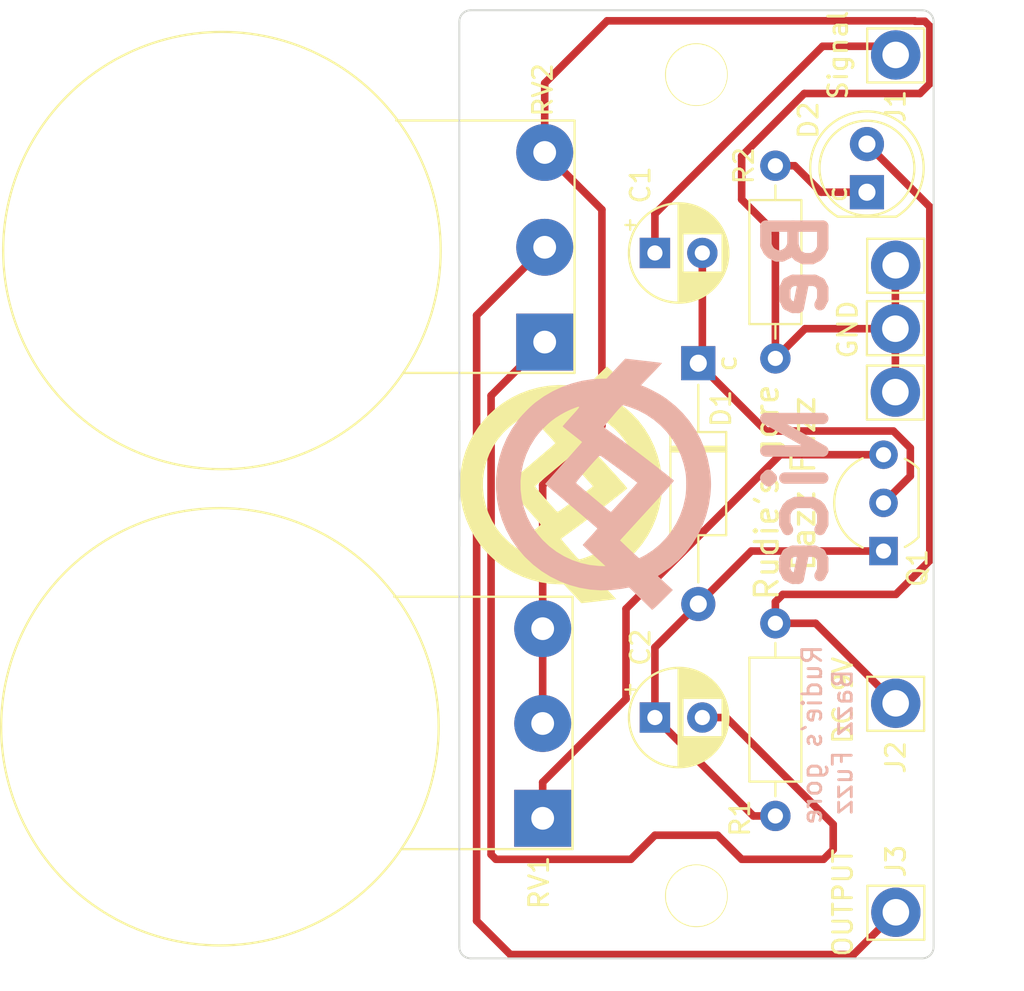
<source format=kicad_pcb>
(kicad_pcb (version 20211014) (generator pcbnew)
  (layers (0 "F.Cu" signal) (31 "B.Cu" signal) (34 "B.Paste" user) (35 "F.Paste" user) (36 "B.SilkS" user "B.Silkscreen") (37 "F.SilkS" user "F.Silkscreen") (38 "B.Mask" user) (39 "F.Mask" user) (44 "Edge.Cuts" user))
  (net 0 "")
  (net 1 "Signal")
  (net 2 "Net-(C1-Pad2)")
  (net 3 "Net-(C2-Pad1)")
  (net 4 "Net-(C2-Pad2)")
  (net 5 "9V")
  (net 6 "Output")
  (net 7 "Net-(Q1-Pad3)")
  (net 8 "GND")
  (net 9 "Net-(D2-Pad1)")
  (footprint "Diode_THT:D_A-405_P12.70mm_Horizontal" (layer "F.Cu") (at 171.196 61.214 -90)
    (fp_text reference "D1" (at 2.386 -1.204 90) (layer "F.SilkS"))
    (fp_text value "D")
    (fp_text user "c" (at 0 -1.4986 90) (layer "F.SilkS"))
    (pad "1" thru_hole rect (at 0 0 270) (size 1.8 1.8) (drill 0.9) (layers *.Cu *.Mask) (net 2 "Net-(C1-Pad2)"))
    (pad "2" thru_hole oval (at 12.7 0 270) (size 1.8 1.8) (drill 0.9) (layers *.Cu *.Mask) (net 3 "Net-(C2-Pad1)"))
  )
  (footprint "Connector_Pin:Pin_D1.4mm_L8.5mm_W2.8mm_FlatFork" (layer "F.Cu") (at 181.6 44.958)
    (fp_text reference "J1" (at 0 2.7 90) (layer "F.SilkS"))
    (fp_text value "Conn_01x01_Male")
    (pad "1" thru_hole circle (at 0 0) (size 2.6 2.6) (drill 1.4) (layers *.Cu *.Mask) (net 1 "Signal"))
  )
  (footprint "Capacitor_THT:CP_Radial_D5.0mm_P2.50mm" (layer "F.Cu") (at 168.91 79.9)
    (fp_text reference "C2" (at -0.762 -3.7 90) (layer "F.SilkS"))
    (fp_text value "47uF")
    (pad "1" thru_hole rect (at 0 0) (size 1.6 1.6) (drill 0.8) (layers *.Cu *.Mask) (net 3 "Net-(C2-Pad1)"))
    (pad "2" thru_hole circle (at 2.5 0) (size 1.6 1.6) (drill 0.8) (layers *.Cu *.Mask) (net 4 "Net-(C2-Pad2)"))
  )
  (footprint "LOGO" (layer "F.Cu") (at 164.214424 67.737512 90)
    (fp_text reference "G1" hide)
    (fp_text value "LOGO" hide)
  )
  (footprint "Package_TO_SOT_THT:TO-92_Inline_Wide" (layer "F.Cu") (at 180.96 71.12 90)
    (fp_text reference "Q1" (at -0.889 1.793 90) (layer "F.SilkS"))
    (fp_text value "BC549")
    (pad "1" thru_hole rect (at 0 0 90) (size 1.5 1.5) (drill 0.8) (layers *.Cu *.Mask) (net 3 "Net-(C2-Pad1)"))
    (pad "2" thru_hole circle (at 2.54 0 90) (size 1.5 1.5) (drill 0.8) (layers *.Cu *.Mask) (net 2 "Net-(C1-Pad2)"))
    (pad "3" thru_hole circle (at 5.08 0 90) (size 1.5 1.5) (drill 0.8) (layers *.Cu *.Mask) (net 7 "Net-(Q1-Pad3)"))
  )
  (footprint "Connector_Pin:Pin_D1.4mm_L8.5mm_W2.8mm_FlatFork" (layer "F.Cu") (at 181.5846 62.738)
    (fp_text reference "J5" hide)
    (fp_text value "Conn_01x01_Male")
    (pad "1" thru_hole circle (at 0 0) (size 2.6 2.6) (drill 1.4) (layers *.Cu *.Mask) (net 8 "GND"))
  )
  (footprint "Resistor_THT:R_Axial_DIN0207_L6.3mm_D2.5mm_P10.16mm_Horizontal" (layer "F.Cu") (at 175.26 50.8 -90)
    (fp_text reference "R2" (at 0 1.66 90) (layer "F.SilkS"))
    (fp_text value "470")
    (pad "1" thru_hole circle (at 0 0 270) (size 1.6 1.6) (drill 0.8) (layers *.Cu *.Mask) (net 9 "Net-(D2-Pad1)"))
    (pad "2" thru_hole oval (at 10.16 0 270) (size 1.6 1.6) (drill 0.8) (layers *.Cu *.Mask) (net 8 "GND"))
  )
  (footprint "Resistor_THT:R_Axial_DIN0207_L6.3mm_D2.5mm_P10.16mm_Horizontal" (layer "F.Cu") (at 175.26 74.93 -90)
    (fp_text reference "R1" (at 10.27 1.86 90) (layer "F.SilkS"))
    (fp_text value "10K")
    (pad "1" thru_hole circle (at 0 0 270) (size 1.6 1.6) (drill 0.8) (layers *.Cu *.Mask) (net 5 "9V"))
    (pad "2" thru_hole oval (at 10.16 0 270) (size 1.6 1.6) (drill 0.8) (layers *.Cu *.Mask) (net 3 "Net-(C2-Pad1)"))
  )
  (footprint "Connector_Pin:Pin_D1.4mm_L8.5mm_W2.8mm_FlatFork" (layer "F.Cu") (at 181.6 79.15)
    (fp_text reference "J2" (at 0 2.85 270) (layer "F.SilkS"))
    (fp_text value "Conn_01x01_Male")
    (pad "1" thru_hole circle (at 0 0) (size 2.6 2.6) (drill 1.4) (layers *.Cu *.Mask) (net 5 "9V"))
  )
  (footprint "Connector_Pin:Pin_D1.4mm_L8.5mm_W2.8mm_FlatFork" (layer "F.Cu") (at 181.6 56.05)
    (fp_text reference "J4" hide)
    (fp_text value "Conn_01x01_Male")
    (pad "1" thru_hole circle (at 0 0) (size 2.6 2.6) (drill 1.4) (layers *.Cu *.Mask) (net 8 "GND"))
  )
  (footprint "Potentiometer_THT:Potentiometer_Alps_RK163_Single_Horizontal" (layer "F.Cu") (at 162.7775 79.996 180)
    (fp_text reference "RV1" (at -0.0225 -8.604 90) (layer "F.SilkS"))
    (fp_text value "100K")
    (pad "1" thru_hole rect (at -0.215876 -5.218276) (size 3 3) (drill 1.2) (layers *.Cu *.Mask) (net 7 "Net-(Q1-Pad3)"))
    (pad "2" thru_hole circle (at -0.215876 -0.218276) (size 3 3) (drill 1.2) (layers *.Cu *.Mask) (net 8 "GND"))
    (pad "3" thru_hole circle (at -0.215876 4.781724) (size 3 3) (drill 1.2) (layers *.Cu *.Mask) (net 8 "GND"))
  )
  (footprint "MountingHole:MountingHole_3.2mm_M3" (layer "F.Cu") (at 171.1 46)
    (fp_text reference "H2" hide)
    (fp_text value "MountingHole")
    (pad "" np_thru_hole circle (at 0 0) (size 3.2 3.2) (drill 3.2) (layers *.Cu *.Mask))
  )
  (footprint "Capacitor_THT:CP_Radial_D5.0mm_P2.50mm" (layer "F.Cu") (at 168.91 55.4)
    (fp_text reference "C1" (at -0.762 -3.584 90) (layer "F.SilkS"))
    (fp_text value "47uF")
    (pad "1" thru_hole rect (at 0 0) (size 1.6 1.6) (drill 0.8) (layers *.Cu *.Mask) (net 1 "Signal"))
    (pad "2" thru_hole circle (at 2.5 0) (size 1.6 1.6) (drill 0.8) (layers *.Cu *.Mask) (net 2 "Net-(C1-Pad2)"))
  )
  (footprint "Connector_Pin:Pin_D1.4mm_L8.5mm_W2.8mm_FlatFork" (layer "F.Cu") (at 181.61 90.17)
    (fp_text reference "J3" (at 0 -2.7 90) (layer "F.SilkS"))
    (fp_text value "Conn_01x01_Male")
    (pad "1" thru_hole circle (at 0 0) (size 2.6 2.6) (drill 1.4) (layers *.Cu *.Mask) (net 6 "Output"))
  )
  (footprint "Potentiometer_THT:Potentiometer_Alps_RK163_Single_Horizontal" (layer "F.Cu") (at 163.1 60.1 180)
    (fp_text reference "RV2" (at 0.1 13.3 90) (layer "F.SilkS"))
    (fp_text value "100K")
    (pad "1" thru_hole rect (at 0 0) (size 3 3) (drill 1.2) (layers *.Cu *.Mask) (net 4 "Net-(C2-Pad2)"))
    (pad "2" thru_hole circle (at 0 5) (size 3 3) (drill 1.2) (layers *.Cu *.Mask) (net 6 "Output"))
    (pad "3" thru_hole circle (at 0 10) (size 3 3) (drill 1.2) (layers *.Cu *.Mask) (net 8 "GND"))
  )
  (footprint "LED_THT:LED_D5.0mm" (layer "F.Cu") (at 180.086 52.197 90)
    (fp_text reference "D2" (at 3.797 -3.086 90) (layer "F.SilkS"))
    (fp_text value "LED")
    (pad "1" thru_hole rect (at 0 0 90) (size 1.8 1.8) (drill 0.9) (layers *.Cu *.Mask) (net 9 "Net-(D2-Pad1)"))
    (pad "2" thru_hole circle (at 2.54 0 90) (size 1.8 1.8) (drill 0.9) (layers *.Cu *.Mask) (net 5 "9V"))
  )
  (footprint "Connector_Pin:Pin_D1.4mm_L8.5mm_W2.8mm_FlatFork" (layer "F.Cu") (at 181.5846 59.394 180)
    (fp_text reference "J6" hide)
    (fp_text value "Conn_01x01_Male")
    (pad "1" thru_hole circle (at 0 0 180) (size 2.6 2.6) (drill 1.4) (layers *.Cu *.Mask) (net 8 "GND"))
  )
  (footprint "MountingHole:MountingHole_3.2mm_M3" (layer "F.Cu") (at 171.1 89.3)
    (fp_text reference "H1" hide)
    (fp_text value "MountingHole")
    (pad "" np_thru_hole circle (at 0 0) (size 3.2 3.2) (drill 3.2) (layers *.Cu *.Mask))
  )
  (footprint "LOGO" (layer "B.Cu") (at 166.470469 67.485836 -90)
    (fp_text reference "G2" hide)
    (fp_text value "LOGO" hide)
  )
  (gr_circle (center 171.0944 89.300675) (end 172.212 90.418275) (layer "F.SilkS") (width 0.15) (fill none))
  (gr_circle (center 171.0944 45.993675) (end 172.674925 45.993675) (layer "F.SilkS") (width 0.15) (fill none))
  (gr_line (start 158.6 43.2) (end 158.6 92) (layer "Edge.Cuts") (width 0.1))
  (gr_line (start 183.6 43.2) (end 183.6 92) (layer "Edge.Cuts") (width 0.1))
  (gr_arc (start 159.2 92.6) (mid 158.775736 92.424264) (end 158.6 92) (layer "Edge.Cuts") (width 0.1))
  (gr_line (start 159.2 42.6) (end 183 42.6) (layer "Edge.Cuts") (width 0.1))
  (gr_line (start 158.6 70.866) (end 158.6 64.262) (layer "Edge.Cuts") (width 0.1))
  (gr_line (start 183 92.6) (end 159.2 92.6) (layer "Edge.Cuts") (width 0.1))
  (gr_arc (start 158.6 43.2) (mid 158.775736 42.775736) (end 159.2 42.6) (layer "Edge.Cuts") (width 0.1))
  (gr_arc (start 183.6 92) (mid 183.424264 92.424264) (end 183 92.6) (layer "Edge.Cuts") (width 0.1))
  (gr_arc (start 183 42.6) (mid 183.424264 42.775736) (end 183.6 43.2) (layer "Edge.Cuts") (width 0.1))
  (gr_text "Rudie's gore \nBazz Fuzz" (at 178 81.2 90) (layer "B.SilkS") (effects (font (size 1 1)) (justify mirror)))
  (gr_text "Be  Nice" (at 176.4 63.2 90) (layer "B.SilkS") (effects (font (size 3 3) (thickness 0.6)) (justify mirror)))
  (gr_text "GND" (at 179.07 59.436 90) (layer "F.SilkS") (effects (font (size 1 1))))
  (gr_text "OUTPUT" (at 178.816 89.662 90) (layer "F.SilkS") (effects (font (size 1 1))))
  (gr_text "c" (at 178.5112 52.2986 90) (layer "F.SilkS") (effects (font (size 1 1))))
  (gr_text "Rudie's gore \nBazz Fuzz" (at 175.768 67.564 90) (layer "F.SilkS") (effects (font (size 1.2 1.2) (thickness 0.17))))
  (gr_text "Signal\n" (at 178.562 44.958 90) (layer "F.SilkS") (effects (font (size 1 1))))
  (gr_text "DC 9V\n" (at 178.816 78.994 90) (layer "F.SilkS") (effects (font (size 1 1))))
  (segment (start 177.75 44.5) (end 181.142 44.5) (width 0.4) (layer "F.Cu") (net 1))
  (segment (start 181.142 44.5) (end 181.6 44.958) (width 0.4) (layer "F.Cu") (net 1))
  (segment (start 168.91 55.4) (end 168.91 53.34) (width 0.4) (layer "F.Cu") (net 1))
  (segment (start 168.91 53.34) (end 177.75 44.5) (width 0.4) (layer "F.Cu") (net 1))
  (segment (start 182.372 67.168) (end 182.372 65.684233) (width 0.4) (layer "F.Cu") (net 2))
  (segment (start 174.772 64.79) (end 171.196 61.214) (width 0.4) (layer "F.Cu") (net 2))
  (segment (start 181.477767 64.79) (end 174.772 64.79) (width 0.4) (layer "F.Cu") (net 2))
  (segment (start 180.96 68.58) (end 182.372 67.168) (width 0.4) (layer "F.Cu") (net 2))
  (segment (start 171.41 55.4) (end 171.41 61) (width 0.4) (layer "F.Cu") (net 2))
  (segment (start 171.41 61) (end 171.196 61.214) (width 0.4) (layer "F.Cu") (net 2))
  (segment (start 182.372 65.684233) (end 181.477767 64.79) (width 0.4) (layer "F.Cu") (net 2))
  (segment (start 174.1 85.09) (end 168.91 79.9) (width 0.4) (layer "F.Cu") (net 3))
  (segment (start 173.99 71.12) (end 171.196 73.914) (width 0.4) (layer "F.Cu") (net 3))
  (segment (start 180.96 71.12) (end 173.99 71.12) (width 0.4) (layer "F.Cu") (net 3))
  (segment (start 175.26 85.09) (end 174.1 85.09) (width 0.4) (layer "F.Cu") (net 3))
  (segment (start 168.91 79.9) (end 168.91 76.2) (width 0.4) (layer "F.Cu") (net 3))
  (segment (start 168.91 76.2) (end 171.196 73.914) (width 0.4) (layer "F.Cu") (net 3))
  (segment (start 173.482 87.376) (end 172.212 86.106) (width 0.4) (layer "F.Cu") (net 4))
  (segment (start 160.274 87.122) (end 160.274 62.926) (width 0.4) (layer "F.Cu") (net 4))
  (segment (start 171.41 79.9) (end 172.672155 79.9) (width 0.4) (layer "F.Cu") (net 4))
  (segment (start 177.8 87.376) (end 173.482 87.376) (width 0.4) (layer "F.Cu") (net 4))
  (segment (start 167.64 87.376) (end 160.528 87.376) (width 0.4) (layer "F.Cu") (net 4))
  (segment (start 168.91 86.106) (end 167.64 87.376) (width 0.4) (layer "F.Cu") (net 4))
  (segment (start 160.274 62.926) (end 163.1 60.1) (width 0.4) (layer "F.Cu") (net 4))
  (segment (start 172.212 86.106) (end 168.91 86.106) (width 0.4) (layer "F.Cu") (net 4))
  (segment (start 178.308 85.535845) (end 178.308 86.868) (width 0.4) (layer "F.Cu") (net 4))
  (segment (start 178.308 86.868) (end 177.8 87.376) (width 0.4) (layer "F.Cu") (net 4))
  (segment (start 172.672155 79.9) (end 178.308 85.535845) (width 0.4) (layer "F.Cu") (net 4))
  (segment (start 160.528 87.376) (end 160.274 87.122) (width 0.4) (layer "F.Cu") (net 4))
  (segment (start 183.4 71.616) (end 183.4 52.971) (width 0.4) (layer "F.Cu") (net 5))
  (segment (start 175.26 73.79863) (end 175.65263 73.406) (width 0.4) (layer "F.Cu") (net 5))
  (segment (start 175.65263 73.406) (end 181.61 73.406) (width 0.4) (layer "F.Cu") (net 5))
  (segment (start 175.26 74.93) (end 175.26 73.79863) (width 0.4) (layer "F.Cu") (net 5))
  (segment (start 183.4 52.971) (end 180.086 49.657) (width 0.4) (layer "F.Cu") (net 5))
  (segment (start 177.38 74.93) (end 175.26 74.93) (width 0.4) (layer "F.Cu") (net 5))
  (segment (start 181.6 79.15) (end 177.38 74.93) (width 0.4) (layer "F.Cu") (net 5))
  (segment (start 181.61 73.406) (end 183.4 71.616) (width 0.4) (layer "F.Cu") (net 5))
  (segment (start 159.512 58.688) (end 163.1 55.1) (width 0.4) (layer "F.Cu") (net 6))
  (segment (start 159.512 90.622) (end 159.512 58.688) (width 0.4) (layer "F.Cu") (net 6))
  (segment (start 181.61 90.17) (end 179.38 92.4) (width 0.4) (layer "F.Cu") (net 6))
  (segment (start 161.29 92.4) (end 159.512 90.622) (width 0.4) (layer "F.Cu") (net 6))
  (segment (start 179.38 92.4) (end 161.29 92.4) (width 0.4) (layer "F.Cu") (net 6))
  (segment (start 167.386 78.921652) (end 167.386 74.168) (width 0.4) (layer "F.Cu") (net 7))
  (segment (start 175.514 66.04) (end 180.96 66.04) (width 0.4) (layer "F.Cu") (net 7))
  (segment (start 167.386 74.168) (end 175.514 66.04) (width 0.4) (layer "F.Cu") (net 7))
  (segment (start 162.993376 83.314276) (end 167.386 78.921652) (width 0.4) (layer "F.Cu") (net 7))
  (segment (start 162.993376 85.214276) (end 162.993376 83.314276) (width 0.4) (layer "F.Cu") (net 7))
  (segment (start 166.116 53.116) (end 163.1 50.1) (width 0.4) (layer "F.Cu") (net 8))
  (segment (start 181.5846 59.394) (end 176.826 59.394) (width 0.4) (layer "F.Cu") (net 8))
  (segment (start 182.604 43.158) (end 166.392 43.158) (width 0.4) (layer "F.Cu") (net 8))
  (segment (start 175.26 60.96) (end 175.26 54.356) (width 0.4) (layer "F.Cu") (net 8))
  (segment (start 175.26 54.356) (end 173.482 52.578) (width 0.4) (layer "F.Cu") (net 8))
  (segment (start 181.5846 62.738) (end 181.5846 56.0654) (width 0.4) (layer "F.Cu") (net 8))
  (segment (start 182.88 46.99) (end 183.4 46.47) (width 0.4) (layer "F.Cu") (net 8))
  (segment (start 162.993376 75.214276) (end 162.993376 67.638624) (width 0.4) (layer "F.Cu") (net 8))
  (segment (start 163.1 46.45) (end 163.1 50.1) (width 0.4) (layer "F.Cu") (net 8))
  (segment (start 183.134 43.18) (end 182.626 43.18) (width 0.4) (layer "F.Cu") (net 8))
  (segment (start 162.993376 67.638624) (end 166.116 64.516) (width 0.4) (layer "F.Cu") (net 8))
  (segment (start 176.784 46.99) (end 182.88 46.99) (width 0.4) (layer "F.Cu") (net 8))
  (segment (start 162.993376 80.214276) (end 162.993376 75.214276) (width 0.4) (layer "F.Cu") (net 8))
  (segment (start 183.4 46.47) (end 183.4 43.446) (width 0.4) (layer "F.Cu") (net 8))
  (segment (start 183.4 43.446) (end 183.134 43.18) (width 0.4) (layer "F.Cu") (net 8))
  (segment (start 173.482 52.578) (end 173.482 50.292) (width 0.4) (layer "F.Cu") (net 8))
  (segment (start 166.116 64.516) (end 166.116 53.116) (width 0.4) (layer "F.Cu") (net 8))
  (segment (start 181.5846 56.0654) (end 181.6 56.05) (width 0.4) (layer "F.Cu") (net 8))
  (segment (start 176.826 59.394) (end 175.26 60.96) (width 0.4) (layer "F.Cu") (net 8))
  (segment (start 182.626 43.18) (end 182.604 43.158) (width 0.4) (layer "F.Cu") (net 8))
  (segment (start 173.482 50.292) (end 176.784 46.99) (width 0.4) (layer "F.Cu") (net 8))
  (segment (start 166.392 43.158) (end 163.1 46.45) (width 0.4) (layer "F.Cu") (net 8))
  (segment (start 175.26 50.8) (end 176.276 50.8) (width 0.4) (layer "F.Cu") (net 9))
  (segment (start 176.276 50.8) (end 177.673 52.197) (width 0.4) (layer "F.Cu") (net 9))
  (segment (start 177.673 52.197) (end 180.086 52.197) (width 0.4) (layer "F.Cu") (net 9))
)
</source>
